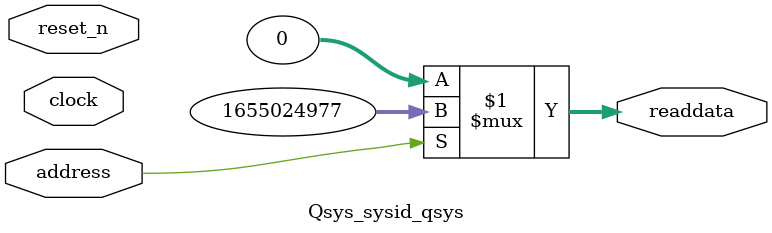
<source format=v>



// synthesis translate_off
`timescale 1ns / 1ps
// synthesis translate_on

// turn off superfluous verilog processor warnings 
// altera message_level Level1 
// altera message_off 10034 10035 10036 10037 10230 10240 10030 

module Qsys_sysid_qsys (
               // inputs:
                address,
                clock,
                reset_n,

               // outputs:
                readdata
             )
;

  output  [ 31: 0] readdata;
  input            address;
  input            clock;
  input            reset_n;

  wire    [ 31: 0] readdata;
  //control_slave, which is an e_avalon_slave
  assign readdata = address ? 1655024977 : 0;

endmodule



</source>
